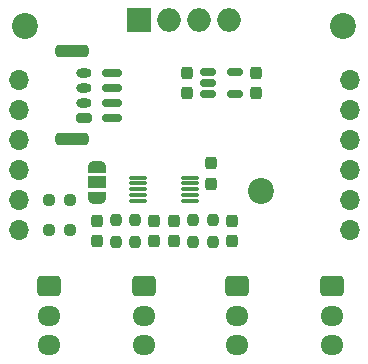
<source format=gts>
G04 #@! TF.GenerationSoftware,KiCad,Pcbnew,7.0.1*
G04 #@! TF.CreationDate,2023-07-15T19:28:20+02:00*
G04 #@! TF.ProjectId,ADS1115_POTENTIOMETER,41445331-3131-4355-9f50-4f54454e5449,1*
G04 #@! TF.SameCoordinates,Original*
G04 #@! TF.FileFunction,Soldermask,Top*
G04 #@! TF.FilePolarity,Negative*
%FSLAX46Y46*%
G04 Gerber Fmt 4.6, Leading zero omitted, Abs format (unit mm)*
G04 Created by KiCad (PCBNEW 7.0.1) date 2023-07-15 19:28:20*
%MOMM*%
%LPD*%
G01*
G04 APERTURE LIST*
G04 Aperture macros list*
%AMRoundRect*
0 Rectangle with rounded corners*
0 $1 Rounding radius*
0 $2 $3 $4 $5 $6 $7 $8 $9 X,Y pos of 4 corners*
0 Add a 4 corners polygon primitive as box body*
4,1,4,$2,$3,$4,$5,$6,$7,$8,$9,$2,$3,0*
0 Add four circle primitives for the rounded corners*
1,1,$1+$1,$2,$3*
1,1,$1+$1,$4,$5*
1,1,$1+$1,$6,$7*
1,1,$1+$1,$8,$9*
0 Add four rect primitives between the rounded corners*
20,1,$1+$1,$2,$3,$4,$5,0*
20,1,$1+$1,$4,$5,$6,$7,0*
20,1,$1+$1,$6,$7,$8,$9,0*
20,1,$1+$1,$8,$9,$2,$3,0*%
%AMFreePoly0*
4,1,19,0.550000,-0.750000,0.000000,-0.750000,0.000000,-0.744911,-0.071157,-0.744911,-0.207708,-0.704816,-0.327430,-0.627875,-0.420627,-0.520320,-0.479746,-0.390866,-0.500000,-0.250000,-0.500000,0.250000,-0.479746,0.390866,-0.420627,0.520320,-0.327430,0.627875,-0.207708,0.704816,-0.071157,0.744911,0.000000,0.744911,0.000000,0.750000,0.550000,0.750000,0.550000,-0.750000,0.550000,-0.750000,
$1*%
%AMFreePoly1*
4,1,19,0.000000,0.744911,0.071157,0.744911,0.207708,0.704816,0.327430,0.627875,0.420627,0.520320,0.479746,0.390866,0.500000,0.250000,0.500000,-0.250000,0.479746,-0.390866,0.420627,-0.520320,0.327430,-0.627875,0.207708,-0.704816,0.071157,-0.744911,0.000000,-0.744911,0.000000,-0.750000,-0.550000,-0.750000,-0.550000,0.750000,0.000000,0.750000,0.000000,0.744911,0.000000,0.744911,
$1*%
G04 Aperture macros list end*
%ADD10RoundRect,0.237500X-0.237500X0.300000X-0.237500X-0.300000X0.237500X-0.300000X0.237500X0.300000X0*%
%ADD11C,2.200000*%
%ADD12RoundRect,0.250000X-0.725000X0.600000X-0.725000X-0.600000X0.725000X-0.600000X0.725000X0.600000X0*%
%ADD13O,1.950000X1.700000*%
%ADD14RoundRect,0.237500X0.250000X0.237500X-0.250000X0.237500X-0.250000X-0.237500X0.250000X-0.237500X0*%
%ADD15RoundRect,0.075000X-0.650000X-0.075000X0.650000X-0.075000X0.650000X0.075000X-0.650000X0.075000X0*%
%ADD16RoundRect,0.237500X-0.237500X0.250000X-0.237500X-0.250000X0.237500X-0.250000X0.237500X0.250000X0*%
%ADD17RoundRect,0.237500X0.237500X-0.300000X0.237500X0.300000X-0.237500X0.300000X-0.237500X-0.300000X0*%
%ADD18FreePoly0,270.000000*%
%ADD19R,1.500000X1.000000*%
%ADD20FreePoly1,270.000000*%
%ADD21RoundRect,0.150000X-0.512500X-0.150000X0.512500X-0.150000X0.512500X0.150000X-0.512500X0.150000X0*%
%ADD22R,2.000000X2.000000*%
%ADD23O,2.000000X2.000000*%
%ADD24O,1.700000X1.700000*%
%ADD25RoundRect,0.200000X0.450000X-0.200000X0.450000X0.200000X-0.450000X0.200000X-0.450000X-0.200000X0*%
%ADD26RoundRect,0.150000X0.700000X-0.150000X0.700000X0.150000X-0.700000X0.150000X-0.700000X-0.150000X0*%
%ADD27O,1.300000X0.800000*%
%ADD28RoundRect,0.250000X1.150000X-0.250000X1.150000X0.250000X-1.150000X0.250000X-1.150000X-0.250000X0*%
G04 APERTURE END LIST*
D10*
X103045452Y-65322865D03*
X103045452Y-67047865D03*
X110007952Y-52785365D03*
X110007952Y-54510365D03*
X104132952Y-52785365D03*
X104132952Y-54510365D03*
D11*
X90395452Y-48810365D03*
X117395452Y-48810365D03*
D12*
X108395452Y-70860365D03*
D13*
X108395452Y-73360365D03*
X108395452Y-75860365D03*
D14*
X94282952Y-63585365D03*
X92457952Y-63585365D03*
D15*
X100020452Y-61660365D03*
X100020452Y-62160365D03*
X100020452Y-62660365D03*
X100020452Y-63160365D03*
X100020452Y-63660365D03*
X104420452Y-63660365D03*
X104420452Y-63160365D03*
X104420452Y-62660365D03*
X104420452Y-62160365D03*
X104420452Y-61660365D03*
D16*
X106315452Y-65272865D03*
X106315452Y-67097865D03*
D14*
X94282952Y-66135365D03*
X92457952Y-66135365D03*
D17*
X106220452Y-62172865D03*
X106220452Y-60447865D03*
D18*
X96562952Y-60760365D03*
D19*
X96562952Y-62060365D03*
D20*
X96562952Y-63360365D03*
D21*
X105945452Y-52685365D03*
X105945452Y-53635365D03*
X105945452Y-54585365D03*
X108220452Y-54585365D03*
X108220452Y-52685365D03*
D12*
X100470452Y-70860365D03*
D13*
X100470452Y-73360365D03*
X100470452Y-75860365D03*
D12*
X92470452Y-70860365D03*
D13*
X92470452Y-73360365D03*
X92470452Y-75860365D03*
D11*
X110407952Y-62817865D03*
D22*
X100097952Y-48355365D03*
D23*
X102637952Y-48355365D03*
D24*
X89907952Y-53435365D03*
X89907952Y-55975365D03*
X89907952Y-58515365D03*
X89907952Y-61055365D03*
X89907952Y-63595365D03*
X89907952Y-66135365D03*
X117907952Y-66135365D03*
X117907952Y-63595365D03*
X117907952Y-61055365D03*
X117907952Y-58515365D03*
X117907952Y-55975365D03*
X117907952Y-53435365D03*
D23*
X105177952Y-48355365D03*
X107717952Y-48355365D03*
D10*
X107945452Y-65322865D03*
X107945452Y-67047865D03*
X101395452Y-65322865D03*
X101395452Y-67047865D03*
D16*
X98145452Y-65272865D03*
X98145452Y-67097865D03*
D12*
X116395452Y-70860365D03*
D13*
X116395452Y-73360365D03*
X116395452Y-75860365D03*
D10*
X96520452Y-65322865D03*
X96520452Y-67047865D03*
D16*
X99770452Y-65272865D03*
X99770452Y-67097865D03*
D25*
X95395452Y-56585365D03*
D26*
X97795452Y-56585365D03*
D27*
X95395452Y-55335365D03*
D26*
X97795452Y-55335365D03*
D27*
X95395452Y-54085365D03*
D26*
X97795452Y-54085365D03*
D27*
X95395452Y-52835365D03*
D26*
X97795452Y-52835365D03*
D28*
X94445452Y-58435365D03*
X94445452Y-50985365D03*
D16*
X104695452Y-65272865D03*
X104695452Y-67097865D03*
M02*

</source>
